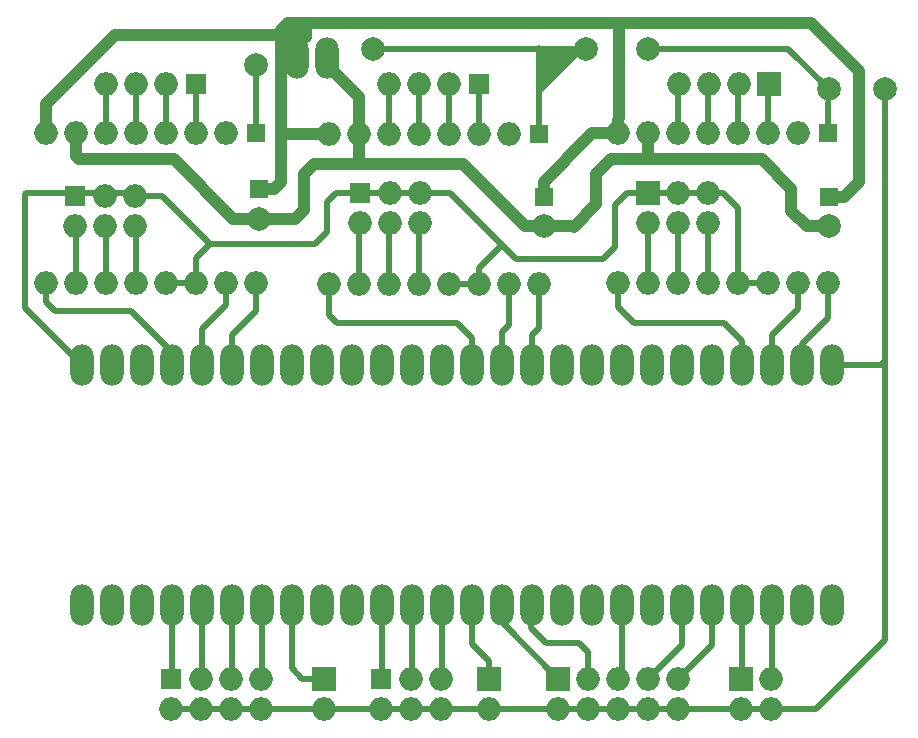
<source format=gbr>
G04 #@! TF.GenerationSoftware,KiCad,Pcbnew,(5.1.2)-1*
G04 #@! TF.CreationDate,2019-05-29T19:35:45+02:00*
G04 #@! TF.ProjectId,cy8ckit-059_grbl_board,63793863-6b69-4742-9d30-35395f677262,rev?*
G04 #@! TF.SameCoordinates,PX3034550PY7c44030*
G04 #@! TF.FileFunction,Copper,L2,Bot*
G04 #@! TF.FilePolarity,Positive*
%FSLAX46Y46*%
G04 Gerber Fmt 4.6, Leading zero omitted, Abs format (unit mm)*
G04 Created by KiCad (PCBNEW (5.1.2)-1) date 2019-05-29 19:35:45*
%MOMM*%
%LPD*%
G04 APERTURE LIST*
%ADD10O,2.000000X2.000000*%
%ADD11R,2.000000X2.000000*%
%ADD12R,1.700000X1.700000*%
%ADD13O,2.000000X3.500000*%
%ADD14R,1.600000X1.600000*%
%ADD15C,2.000000*%
%ADD16C,0.500000*%
%ADD17C,1.000000*%
%ADD18C,0.254000*%
G04 APERTURE END LIST*
D10*
X81280000Y17272000D03*
X81280000Y19812000D03*
X78740000Y17272000D03*
X78740000Y19812000D03*
X76200000Y17272000D03*
X76200000Y19812000D03*
X73660000Y17272000D03*
X73660000Y19812000D03*
X71120000Y17272000D03*
D11*
X71120000Y19812000D03*
D10*
X65278000Y17272000D03*
D11*
X65278000Y19812000D03*
D10*
X61214000Y17272000D03*
X61214000Y19812000D03*
X58674000Y17272000D03*
X58674000Y19812000D03*
X56134000Y17272000D03*
D12*
X56134000Y19812000D03*
D10*
X45974000Y17272000D03*
X45974000Y19812000D03*
X43434000Y17272000D03*
X43434000Y19812000D03*
X40894000Y17272000D03*
X40894000Y19812000D03*
X38354000Y17272000D03*
D12*
X38354000Y19812000D03*
D13*
X51562000Y72390000D03*
X49022000Y72390000D03*
D10*
X51308000Y17272000D03*
D11*
X51308000Y19812000D03*
D13*
X30808541Y46367933D03*
X33348541Y46367933D03*
X35888541Y46367933D03*
X38428541Y46367933D03*
X40968541Y46367933D03*
X43508541Y46367933D03*
X46048541Y46367933D03*
X48588541Y46367933D03*
X51128541Y46367933D03*
X53668541Y46367933D03*
X56208541Y46367933D03*
X58748541Y46367933D03*
X61288541Y46367933D03*
X63828541Y46367933D03*
X66368541Y46367933D03*
X68908541Y46367933D03*
X71448541Y46367933D03*
X73988541Y46367933D03*
X76528541Y46367933D03*
X79068541Y46367933D03*
X81608541Y46367933D03*
X84148541Y46367933D03*
X86688541Y46367933D03*
X89228541Y46367933D03*
X91768541Y46367933D03*
X94308541Y46367933D03*
X94308541Y26047933D03*
X91768541Y26047933D03*
X89228541Y26047933D03*
X86688541Y26047933D03*
X84148541Y26047933D03*
X81608541Y26047933D03*
X79068541Y26047933D03*
X76528541Y26047933D03*
X73988541Y26047933D03*
X71448541Y26047933D03*
X68908541Y26047933D03*
X66368541Y26047933D03*
X63828541Y26047933D03*
X61288541Y26047933D03*
X58748541Y26047933D03*
X56208541Y26047933D03*
X53668541Y26047933D03*
X51128541Y26047933D03*
X48588541Y26047933D03*
X46048541Y26047933D03*
X43508541Y26047933D03*
X40968541Y26047933D03*
X38428541Y26047933D03*
X35888541Y26047933D03*
X33348541Y26047933D03*
X30808541Y26047933D03*
D10*
X89154000Y17272000D03*
X89154000Y19812000D03*
X86614000Y17272000D03*
D11*
X86614000Y19812000D03*
D10*
X83783978Y58382572D03*
X83783978Y60922572D03*
X81243978Y58382572D03*
X81243978Y60922572D03*
X78703978Y58382572D03*
D11*
X78703978Y60922572D03*
D12*
X54356000Y60960000D03*
D10*
X54356000Y58420000D03*
X56896000Y60960000D03*
X56896000Y58420000D03*
X59436000Y60960000D03*
X59436000Y58420000D03*
X35306000Y58166000D03*
X35306000Y60706000D03*
X32766000Y58166000D03*
X32766000Y60706000D03*
X30226000Y58166000D03*
D12*
X30226000Y60706000D03*
D11*
X88974541Y70116933D03*
D10*
X86434541Y70116933D03*
X83894541Y70116933D03*
X81354541Y70116933D03*
X56839452Y70116933D03*
X59379452Y70116933D03*
X61919452Y70116933D03*
D12*
X64459452Y70116933D03*
X40460683Y70116933D03*
D10*
X37920683Y70116933D03*
X35380683Y70116933D03*
X32840683Y70116933D03*
D14*
X45794541Y61226933D03*
D15*
X45794541Y58726933D03*
X69924541Y58091933D03*
D14*
X69924541Y60591933D03*
D15*
X94054541Y58091933D03*
D14*
X94054541Y60591933D03*
X45540683Y65998171D03*
D10*
X27760683Y53298171D03*
X43000683Y65998171D03*
X30300683Y53298171D03*
X40460683Y65998171D03*
X32840683Y53298171D03*
X37920683Y65998171D03*
X35380683Y53298171D03*
X35380683Y65998171D03*
X37920683Y53298171D03*
X32840683Y65998171D03*
X40460683Y53298171D03*
X30300683Y65998171D03*
X43000683Y53298171D03*
X27760683Y65998171D03*
X45540683Y53298171D03*
X69539452Y53186553D03*
X51759452Y65886553D03*
X66999452Y53186553D03*
X54299452Y65886553D03*
X64459452Y53186553D03*
X56839452Y65886553D03*
X61919452Y53186553D03*
X59379452Y65886553D03*
X59379452Y53186553D03*
X61919452Y65886553D03*
X56839452Y53186553D03*
X64459452Y65886553D03*
X54299452Y53186553D03*
X66999452Y65886553D03*
X51759452Y53186553D03*
D14*
X69539452Y65886553D03*
X93943978Y66002572D03*
D10*
X76163978Y53302572D03*
X91403978Y66002572D03*
X78703978Y53302572D03*
X88863978Y66002572D03*
X81243978Y53302572D03*
X86323978Y66002572D03*
X83783978Y53302572D03*
X83783978Y66002572D03*
X86323978Y53302572D03*
X81243978Y66002572D03*
X88863978Y53302572D03*
X78703978Y66002572D03*
X91403978Y53302572D03*
X76163978Y66002572D03*
X93943978Y53302572D03*
D15*
X55446541Y73152000D03*
X45540541Y71767933D03*
X73480541Y73152000D03*
X94054541Y69735933D03*
X78740000Y73152000D03*
X98806000Y69735933D03*
D16*
X45540683Y53298171D02*
X45540683Y50939933D01*
X43508541Y46367933D02*
X43508541Y48399933D01*
X43508541Y48399933D02*
X43508683Y48399933D01*
X43508541Y48907791D02*
X45540683Y50939933D01*
X43508541Y48399933D02*
X43508541Y48907791D01*
D17*
X47094541Y61226933D02*
X47699541Y61831933D01*
X45794541Y61226933D02*
X47094541Y61226933D01*
X69924541Y61891933D02*
X69924541Y60591933D01*
X76163978Y66002572D02*
X75032608Y66002572D01*
X73704541Y65671933D02*
X69924541Y61891933D01*
X95354541Y60591933D02*
X94054541Y60591933D01*
X96594541Y61831933D02*
X95354541Y60591933D01*
X27760683Y68466075D02*
X33602541Y74307933D01*
X27760683Y65998171D02*
X27760683Y68466075D01*
X76274541Y67244505D02*
X76274541Y75287993D01*
X76163978Y67133942D02*
X76274541Y67244505D01*
X76163978Y66002572D02*
X76163978Y67133942D01*
X96594541Y67957933D02*
X96594541Y61831933D01*
X96594541Y68211933D02*
X96594541Y67957933D01*
X96594541Y71259933D02*
X96594541Y67957933D01*
X76274541Y75287993D02*
X92566481Y75287993D01*
X92566481Y75287993D02*
X96594541Y71259933D01*
X47699541Y65886553D02*
X47699541Y62046553D01*
X47738921Y65925933D02*
X47699541Y65886553D01*
X50588702Y65925933D02*
X47738921Y65925933D01*
X51759452Y65886553D02*
X50628082Y65886553D01*
X50628082Y65886553D02*
X50588702Y65925933D01*
X33602541Y74307933D02*
X47572541Y74307933D01*
X75010481Y75287993D02*
X76274541Y75287993D01*
X47699541Y66101173D02*
X47699541Y74688933D01*
X47699541Y74688933D02*
X48298601Y75287993D01*
X49223541Y75235534D02*
X49276000Y75287993D01*
X49223541Y72402933D02*
X49223541Y75235534D01*
X48298601Y75287993D02*
X49276000Y75287993D01*
X48298601Y75287993D02*
X48298601Y74129399D01*
X49276000Y75287993D02*
X49784000Y75287993D01*
X49784000Y75287993D02*
X49784000Y74168000D01*
X49784000Y75287993D02*
X75010481Y75287993D01*
X74035180Y66002572D02*
X73704541Y65671933D01*
X75032608Y66002572D02*
X74035180Y66002572D01*
D16*
X43000683Y51448075D02*
X43000683Y53298171D01*
X40968541Y46367933D02*
X40968541Y49415933D01*
X40968541Y49415933D02*
X43000683Y51448075D01*
X93943978Y66002572D02*
X93943978Y68609370D01*
X69539452Y69604844D02*
X73480541Y73545933D01*
X69539452Y65886553D02*
X69539452Y69604844D01*
X55446541Y73152000D02*
X73480541Y73152000D01*
X45540683Y71767791D02*
X45540541Y71767933D01*
X45540683Y65998171D02*
X45540683Y71767791D01*
X69539452Y69604844D02*
X69539452Y73169022D01*
X94308541Y46367933D02*
X95439911Y46367933D01*
X85598000Y17272000D02*
X89154000Y17272000D01*
X86616527Y17272000D02*
X89154000Y17272000D01*
X85598000Y17272000D02*
X38354000Y17272000D01*
X86388393Y17272000D02*
X85598000Y17272000D01*
X78740000Y73152000D02*
X90638474Y73152000D01*
X90638474Y73152000D02*
X94054541Y69735933D01*
X92964000Y17272000D02*
X98806000Y23114000D01*
X89154000Y17272000D02*
X92964000Y17272000D01*
X98806000Y68321720D02*
X98806000Y69735933D01*
X98437933Y46367933D02*
X98806000Y46736000D01*
X98806000Y23114000D02*
X98806000Y46736000D01*
X98806000Y46736000D02*
X98806000Y68321720D01*
X94308541Y46367933D02*
X98437933Y46367933D01*
X32840683Y65998171D02*
X32840683Y70116933D01*
X35380683Y65998171D02*
X35380683Y70116933D01*
X35380683Y53298171D02*
X35380683Y58378171D01*
X37920683Y65998171D02*
X37920683Y70116933D01*
X32840683Y53298171D02*
X32840683Y58378171D01*
X40460683Y65998171D02*
X40460683Y70116933D01*
X30300683Y53298171D02*
X30300683Y58378171D01*
X54299452Y53186553D02*
X54299452Y58116554D01*
X64459452Y65886553D02*
X64459452Y70116933D01*
X56839452Y53186553D02*
X56839452Y58116554D01*
X61919452Y65886553D02*
X61919452Y70116933D01*
X59379452Y53186553D02*
X59379452Y58116554D01*
X59379452Y65886553D02*
X59379452Y70116933D01*
X56839452Y65886553D02*
X56839452Y70116933D01*
X81243978Y70006370D02*
X81354541Y70116933D01*
X81243978Y66002572D02*
X81243978Y70006370D01*
X83783978Y70006370D02*
X83894541Y70116933D01*
X83783978Y66002572D02*
X83783978Y70006370D01*
X83783978Y53302572D02*
X83783978Y58382572D01*
X86323978Y70006370D02*
X86434541Y70116933D01*
X86323978Y66002572D02*
X86323978Y70006370D01*
X81243978Y53302572D02*
X81243978Y58382572D01*
X88863978Y70006370D02*
X88974541Y70116933D01*
X88863978Y66002572D02*
X88863978Y70006370D01*
X78703978Y53302572D02*
X78703978Y58382572D01*
D17*
X54299452Y65886553D02*
X54299452Y63381844D01*
X78703978Y63877496D02*
X78593415Y63766933D01*
X78703978Y66002572D02*
X78703978Y63877496D01*
X72424541Y58091933D02*
X69924541Y58091933D01*
X74369541Y59956933D02*
X72464541Y58051933D01*
X72464541Y58051933D02*
X72424541Y58091933D01*
X74369541Y62496933D02*
X75639541Y63766933D01*
X78593415Y63766933D02*
X75639541Y63766933D01*
X74369541Y62496933D02*
X74369541Y59956933D01*
X78593415Y63766933D02*
X88379541Y63766933D01*
X94054541Y58091933D02*
X92189541Y58091933D01*
X90879541Y59401933D02*
X90879541Y61266933D01*
X92189541Y58091933D02*
X90879541Y59401933D01*
X88379541Y63766933D02*
X90879541Y61266933D01*
X68360541Y58091933D02*
X69924541Y58091933D01*
X54299452Y63381844D02*
X63070630Y63381844D01*
X63070630Y63381844D02*
X68360541Y58091933D01*
X48842541Y58726933D02*
X45794541Y58726933D01*
X49604541Y59488933D02*
X48842541Y58726933D01*
X49604541Y62536933D02*
X49604541Y59488933D01*
X50449452Y63381844D02*
X49604541Y62536933D01*
X54299452Y63381844D02*
X50449452Y63381844D01*
X51763541Y71553303D02*
X51763541Y72402933D01*
X54299452Y69017392D02*
X51763541Y71553303D01*
X54299452Y65886553D02*
X54299452Y69017392D01*
X30300683Y64020791D02*
X30300683Y65998171D01*
X30554541Y63766933D02*
X30300683Y64020791D01*
X38595067Y63766933D02*
X30554541Y63766933D01*
X45794541Y58726933D02*
X43635067Y58726933D01*
X43635067Y58726933D02*
X38595067Y63766933D01*
D16*
X37920683Y53298171D02*
X40460683Y53298171D01*
X61919452Y53186553D02*
X64459452Y53186553D01*
X86323978Y53302572D02*
X88863978Y53302572D01*
X30300683Y60918171D02*
X35380683Y60918171D01*
X26054779Y60918171D02*
X30300683Y60918171D01*
X25982541Y60845933D02*
X26054779Y60918171D01*
X30808541Y46367933D02*
X25982541Y51193933D01*
X25982541Y51193933D02*
X25982541Y60845933D01*
X52324000Y60960000D02*
X54356000Y60960000D01*
X35306000Y60706000D02*
X37592000Y60706000D01*
X37592000Y60706000D02*
X41656000Y56642000D01*
X41656000Y56642000D02*
X50546000Y56642000D01*
X50546000Y56642000D02*
X51562000Y57658000D01*
X51562000Y57658000D02*
X51562000Y60198000D01*
X51562000Y60198000D02*
X52324000Y60960000D01*
X83783978Y60922572D02*
X76924572Y60922572D01*
X75946000Y59944000D02*
X75946000Y56388000D01*
X76924572Y60922572D02*
X75946000Y59944000D01*
X75946000Y56388000D02*
X74930000Y55372000D01*
X74930000Y55372000D02*
X67564000Y55372000D01*
X61976000Y60960000D02*
X54356000Y60960000D01*
X40460683Y55446683D02*
X41656000Y56642000D01*
X40460683Y53298171D02*
X40460683Y55446683D01*
X66246686Y56388000D02*
X66548000Y56388000D01*
X64459452Y54600766D02*
X66246686Y56388000D01*
X64459452Y53186553D02*
X64459452Y54600766D01*
X67564000Y55372000D02*
X66548000Y56388000D01*
X66548000Y56388000D02*
X61976000Y60960000D01*
X86323978Y58382572D02*
X86360000Y58418594D01*
X86323978Y53302572D02*
X86323978Y58382572D01*
X86360000Y58418594D02*
X86360000Y59690000D01*
X86360000Y59690000D02*
X85090000Y60960000D01*
X85052572Y60922572D02*
X83783978Y60922572D01*
X85090000Y60960000D02*
X85052572Y60922572D01*
X45794541Y19697933D02*
X46048541Y19951933D01*
X46048541Y19886541D02*
X45974000Y19812000D01*
X46048541Y26047933D02*
X46048541Y19886541D01*
X43508541Y19886541D02*
X43434000Y19812000D01*
X43508541Y26047933D02*
X43508541Y19886541D01*
X40968541Y19886541D02*
X40894000Y19812000D01*
X40968541Y26047933D02*
X40968541Y19886541D01*
X38428541Y19886541D02*
X38354000Y19812000D01*
X38428541Y26047933D02*
X38428541Y19886541D01*
X61288541Y19886541D02*
X61214000Y19812000D01*
X61288541Y26047933D02*
X61288541Y19886541D01*
X58748541Y19886541D02*
X58674000Y19812000D01*
X58748541Y26047933D02*
X58748541Y19886541D01*
X56208541Y19886541D02*
X56134000Y19812000D01*
X56208541Y26047933D02*
X56208541Y19886541D01*
X63828541Y23797933D02*
X63828541Y26047933D01*
X63828541Y22761459D02*
X63828541Y23797933D01*
X65278000Y21312000D02*
X63828541Y22761459D01*
X65278000Y19812000D02*
X65278000Y21312000D01*
X48588541Y20673459D02*
X49450000Y19812000D01*
X48588541Y26047933D02*
X48588541Y20673459D01*
X51308000Y19812000D02*
X49784000Y19812000D01*
X49784000Y19812000D02*
X49450000Y19812000D01*
X93943978Y50321370D02*
X93943978Y53302572D01*
X91768541Y46367933D02*
X91768541Y48145933D01*
X91768541Y48145933D02*
X93943978Y50321370D01*
X91403978Y51083370D02*
X91403978Y53302572D01*
X89228541Y46367933D02*
X89228541Y48907933D01*
X89228541Y48907933D02*
X91403978Y51083370D01*
X66999452Y49792844D02*
X66999452Y53186553D01*
X66368541Y46367933D02*
X66368541Y49161933D01*
X66368541Y49161933D02*
X66999452Y49792844D01*
X69539452Y49538844D02*
X69539452Y53186553D01*
X68908541Y46367933D02*
X68908541Y48907933D01*
X68908541Y48907933D02*
X69539452Y49538844D01*
X51759452Y50563022D02*
X51759452Y53186553D01*
X52398541Y49923933D02*
X51759452Y50563022D01*
X62558541Y49923933D02*
X52398541Y49923933D01*
X63828541Y46367933D02*
X63828541Y48653933D01*
X63828541Y48653933D02*
X62558541Y49923933D01*
X38428541Y46367933D02*
X38428541Y47499303D01*
X38428541Y47499303D02*
X34987911Y50939933D01*
X34987911Y50939933D02*
X28522541Y50939933D01*
X28522541Y50939933D02*
X27760541Y51701933D01*
X27760683Y52166801D02*
X27760683Y53298171D01*
X27760541Y51701933D02*
X27760541Y52166659D01*
X27760541Y52166659D02*
X27760683Y52166801D01*
X76163978Y51304496D02*
X76163978Y53302572D01*
X85164541Y49923933D02*
X77544541Y49923933D01*
X77544541Y49923933D02*
X76163978Y51304496D01*
X86688541Y48399933D02*
X85164541Y49923933D01*
X86688541Y46367933D02*
X86688541Y48399933D01*
X89228541Y19886541D02*
X89154000Y19812000D01*
X89228541Y26047933D02*
X89228541Y19886541D01*
X86688541Y19886541D02*
X86614000Y19812000D01*
X86688541Y26047933D02*
X86688541Y19886541D01*
X68908541Y26047933D02*
X68908541Y25325459D01*
X73660000Y22098000D02*
X73660000Y19812000D01*
X72898000Y22860000D02*
X73660000Y22098000D01*
X70104000Y22860000D02*
X72898000Y22860000D01*
X68834000Y24130000D02*
X70104000Y22860000D01*
X68908541Y26047933D02*
X68834000Y25973392D01*
X68834000Y25973392D02*
X68834000Y24130000D01*
X66368541Y24563459D02*
X71120000Y19812000D01*
X66368541Y26047933D02*
X66368541Y24563459D01*
X81608541Y20140541D02*
X81280000Y19812000D01*
X84148541Y22680541D02*
X84148541Y26047933D01*
X81280000Y19812000D02*
X84148541Y22680541D01*
X79068541Y20140541D02*
X78740000Y19812000D01*
X81608541Y22680541D02*
X78740000Y19812000D01*
X81608541Y26047933D02*
X81608541Y22680541D01*
X76528541Y20140541D02*
X76200000Y19812000D01*
X76528541Y26047933D02*
X76528541Y20140541D01*
D18*
G36*
X69723000Y69902606D02*
G01*
X69723000Y73025000D01*
X72845394Y73025000D01*
X69723000Y69902606D01*
X69723000Y69902606D01*
G37*
X69723000Y69902606D02*
X69723000Y73025000D01*
X72845394Y73025000D01*
X69723000Y69902606D01*
G36*
X49223541Y74645880D02*
G01*
X49149000Y74610777D01*
X49149000Y74326207D01*
X48895000Y74156874D01*
X48895000Y74610777D01*
X48641566Y74730124D01*
X48513645Y74699144D01*
X48219239Y74570010D01*
X47955683Y74385922D01*
X47733105Y74153954D01*
X47699541Y74101404D01*
X47699541Y74737443D01*
X48618521Y75196933D01*
X49223541Y75196933D01*
X49223541Y74645880D01*
X49223541Y74645880D01*
G37*
X49223541Y74645880D02*
X49149000Y74610777D01*
X49149000Y74326207D01*
X48895000Y74156874D01*
X48895000Y74610777D01*
X48641566Y74730124D01*
X48513645Y74699144D01*
X48219239Y74570010D01*
X47955683Y74385922D01*
X47733105Y74153954D01*
X47699541Y74101404D01*
X47699541Y74737443D01*
X48618521Y75196933D01*
X49223541Y75196933D01*
X49223541Y74645880D01*
M02*

</source>
